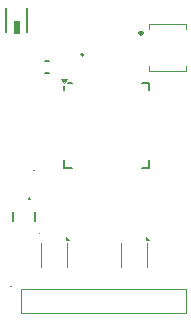
<source format=gbr>
%TF.GenerationSoftware,KiCad,Pcbnew,9.0.0*%
%TF.CreationDate,2025-04-27T20:43:47-05:00*%
%TF.ProjectId,ESP32_S3_CAM_wifi,45535033-325f-4533-935f-43414d5f7769,rev?*%
%TF.SameCoordinates,Original*%
%TF.FileFunction,Legend,Top*%
%TF.FilePolarity,Positive*%
%FSLAX46Y46*%
G04 Gerber Fmt 4.6, Leading zero omitted, Abs format (unit mm)*
G04 Created by KiCad (PCBNEW 9.0.0) date 2025-04-27 20:43:47*
%MOMM*%
%LPD*%
G01*
G04 APERTURE LIST*
%ADD10C,0.100000*%
%ADD11C,0.120000*%
%ADD12C,0.152400*%
%ADD13C,0.260000*%
%ADD14C,0.150000*%
%ADD15C,0.200000*%
%ADD16C,0.010000*%
G04 APERTURE END LIST*
D10*
%TO.C,D1*%
X155170000Y-91750000D02*
G75*
G02*
X155070000Y-91750000I-50000J0D01*
G01*
X155070000Y-91750000D02*
G75*
G02*
X155170000Y-91750000I50000J0D01*
G01*
D11*
%TO.C,U3*%
X155195000Y-92600000D02*
X155195000Y-94600000D01*
X157415000Y-92600000D02*
X157415000Y-94600000D01*
X157595000Y-92360000D02*
X157315000Y-92360000D01*
X157315000Y-92080000D01*
X157595000Y-92360000D01*
G36*
X157595000Y-92360000D02*
G01*
X157315000Y-92360000D01*
X157315000Y-92080000D01*
X157595000Y-92360000D01*
G37*
%TO.C,U4*%
X161970000Y-92600000D02*
X161970000Y-94600000D01*
X164190000Y-92600000D02*
X164190000Y-94600000D01*
X164370000Y-92360000D02*
X164090000Y-92360000D01*
X164090000Y-92080000D01*
X164370000Y-92360000D01*
G36*
X164370000Y-92360000D02*
G01*
X164090000Y-92360000D01*
X164090000Y-92080000D01*
X164370000Y-92360000D01*
G37*
D12*
%TO.C,U5*%
X152832900Y-89930864D02*
X152832900Y-90749136D01*
X154687100Y-90749136D02*
X154687100Y-89930864D01*
X154186171Y-88876960D02*
G75*
G02*
X154333829Y-88876960I73829J18860D01*
G01*
D11*
%TO.C,U2*%
X164400000Y-74025000D02*
X167500000Y-74025000D01*
X164400000Y-74425000D02*
X164400000Y-74025000D01*
X164400000Y-77625000D02*
X164400000Y-78025000D01*
X164400000Y-78025000D02*
X167500000Y-78025000D01*
X167500000Y-74025000D02*
X167500000Y-74425000D01*
X167500000Y-78025000D02*
X167500000Y-77625000D01*
D13*
X163830000Y-74825000D02*
G75*
G02*
X163570000Y-74825000I-130000J0D01*
G01*
X163570000Y-74825000D02*
G75*
G02*
X163830000Y-74825000I130000J0D01*
G01*
D10*
%TO.C,D3*%
X154700000Y-86400000D02*
G75*
G02*
X154600000Y-86400000I-50000J0D01*
G01*
X154600000Y-86400000D02*
G75*
G02*
X154700000Y-86400000I50000J0D01*
G01*
D14*
%TO.C,FB1*%
X155910000Y-77170000D02*
X155590000Y-77170000D01*
X155910000Y-78190000D02*
X155590000Y-78190000D01*
D15*
%TO.C,AE1*%
X152250000Y-74710000D02*
X152250000Y-72710000D01*
X154050000Y-74710000D02*
X154050000Y-72710000D01*
D16*
X153350000Y-74810000D02*
X152950000Y-74810000D01*
X152950000Y-73810000D01*
X153350000Y-73810000D01*
X153350000Y-74810000D01*
G36*
X153350000Y-74810000D02*
G01*
X152950000Y-74810000D01*
X152950000Y-73810000D01*
X153350000Y-73810000D01*
X153350000Y-74810000D01*
G37*
D10*
%TO.C,D2*%
X152710000Y-96260000D02*
G75*
G02*
X152610000Y-96260000I-50000J0D01*
G01*
X152610000Y-96260000D02*
G75*
G02*
X152710000Y-96260000I50000J0D01*
G01*
D14*
%TO.C,U1*%
X157190000Y-79660000D02*
X157190000Y-79250000D01*
X157190000Y-86230000D02*
X157190000Y-85580000D01*
X157840000Y-79010000D02*
X157490000Y-79010000D01*
X157840000Y-86230000D02*
X157190000Y-86230000D01*
X163760000Y-79010000D02*
X164410000Y-79010000D01*
X163760000Y-86230000D02*
X164410000Y-86230000D01*
X164410000Y-79010000D02*
X164410000Y-79660000D01*
X164410000Y-86230000D02*
X164410000Y-85580000D01*
D11*
X157190000Y-79010000D02*
X156950000Y-78680000D01*
X157430000Y-78680000D01*
X157190000Y-79010000D01*
G36*
X157190000Y-79010000D02*
G01*
X156950000Y-78680000D01*
X157430000Y-78680000D01*
X157190000Y-79010000D01*
G37*
D15*
%TO.C,Y1*%
X158825000Y-76650000D02*
G75*
G02*
X158625000Y-76650000I-100000J0D01*
G01*
X158625000Y-76650000D02*
G75*
G02*
X158825000Y-76650000I100000J0D01*
G01*
D11*
%TO.C,J2*%
X153500000Y-96470000D02*
X167500000Y-96470000D01*
X153500000Y-98470000D02*
X153500000Y-96470000D01*
X167500000Y-96470000D02*
X167500000Y-98470000D01*
X167500000Y-98470000D02*
X153500000Y-98470000D01*
%TD*%
M02*

</source>
